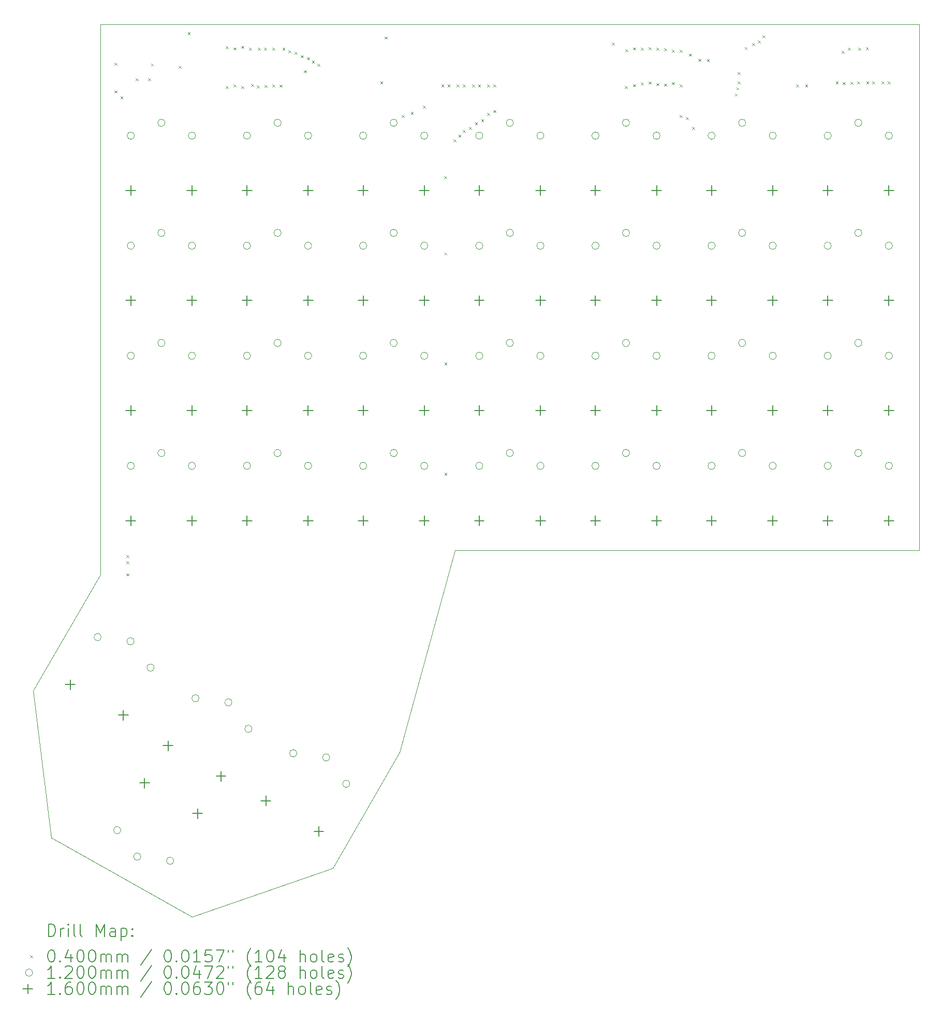
<source format=gbr>
%TF.GenerationSoftware,KiCad,Pcbnew,(6.0.11)*%
%TF.CreationDate,2023-05-24T14:32:10-07:00*%
%TF.ProjectId,keeb,6b656562-2e6b-4696-9361-645f70636258,rev?*%
%TF.SameCoordinates,Original*%
%TF.FileFunction,Drillmap*%
%TF.FilePolarity,Positive*%
%FSLAX45Y45*%
G04 Gerber Fmt 4.5, Leading zero omitted, Abs format (unit mm)*
G04 Created by KiCad (PCBNEW (6.0.11)) date 2023-05-24 14:32:10*
%MOMM*%
%LPD*%
G01*
G04 APERTURE LIST*
%ADD10C,0.100000*%
%ADD11C,0.200000*%
%ADD12C,0.040000*%
%ADD13C,0.120000*%
%ADD14C,0.160000*%
G04 APERTURE END LIST*
D10*
X7900000Y-4700000D02*
X7900000Y-3300000D01*
X13700000Y-11900000D02*
X12800000Y-15200000D01*
X9400000Y-17900000D02*
X11700000Y-17100000D01*
X7900000Y-4700000D02*
X7900000Y-12300000D01*
X21300000Y-11900000D02*
X13700000Y-11900000D01*
X7900000Y-3300000D02*
X21300000Y-3300000D01*
X12800000Y-15200000D02*
X11700000Y-17100000D01*
X21300000Y-3300000D02*
X21300000Y-11900000D01*
X7900000Y-12300000D02*
X6800000Y-14200000D01*
X7100000Y-16600000D02*
X6800000Y-14200000D01*
X9400000Y-17900000D02*
X7100000Y-16600000D01*
D11*
D12*
X8130000Y-3930000D02*
X8170000Y-3970000D01*
X8170000Y-3930000D02*
X8130000Y-3970000D01*
X8130000Y-4380000D02*
X8170000Y-4420000D01*
X8170000Y-4380000D02*
X8130000Y-4420000D01*
X8230000Y-4480000D02*
X8270000Y-4520000D01*
X8270000Y-4480000D02*
X8230000Y-4520000D01*
X8330000Y-11980000D02*
X8370000Y-12020000D01*
X8370000Y-11980000D02*
X8330000Y-12020000D01*
X8330000Y-12080000D02*
X8370000Y-12120000D01*
X8370000Y-12080000D02*
X8330000Y-12120000D01*
X8330000Y-12280000D02*
X8370000Y-12320000D01*
X8370000Y-12280000D02*
X8330000Y-12320000D01*
X8480000Y-4180000D02*
X8520000Y-4220000D01*
X8520000Y-4180000D02*
X8480000Y-4220000D01*
X8680000Y-4180000D02*
X8720000Y-4220000D01*
X8720000Y-4180000D02*
X8680000Y-4220000D01*
X8730000Y-3939950D02*
X8770000Y-3979950D01*
X8770000Y-3939950D02*
X8730000Y-3979950D01*
X9180000Y-3980000D02*
X9220000Y-4020000D01*
X9220000Y-3980000D02*
X9180000Y-4020000D01*
X9330000Y-3430000D02*
X9370000Y-3470000D01*
X9370000Y-3430000D02*
X9330000Y-3470000D01*
X9954500Y-3654500D02*
X9994500Y-3694500D01*
X9994500Y-3654500D02*
X9954500Y-3694500D01*
X9954500Y-4305500D02*
X9994500Y-4345500D01*
X9994500Y-4305500D02*
X9954500Y-4345500D01*
X10080061Y-3678478D02*
X10120061Y-3718478D01*
X10120061Y-3678478D02*
X10080061Y-3718478D01*
X10081500Y-4281500D02*
X10121500Y-4321500D01*
X10121500Y-4281500D02*
X10081500Y-4321500D01*
X10208500Y-3651500D02*
X10248500Y-3691500D01*
X10248500Y-3651500D02*
X10208500Y-3691500D01*
X10208500Y-4308500D02*
X10248500Y-4348500D01*
X10248500Y-4308500D02*
X10208500Y-4348500D01*
X10335500Y-3680000D02*
X10375500Y-3720000D01*
X10375500Y-3680000D02*
X10335500Y-3720000D01*
X10364725Y-4276760D02*
X10404725Y-4316760D01*
X10404725Y-4276760D02*
X10364725Y-4316760D01*
X10462500Y-4297500D02*
X10502500Y-4337500D01*
X10502500Y-4297500D02*
X10462500Y-4337500D01*
X10480000Y-3680000D02*
X10520000Y-3720000D01*
X10520000Y-3680000D02*
X10480000Y-3720000D01*
X10580000Y-3680000D02*
X10620000Y-3720000D01*
X10620000Y-3680000D02*
X10580000Y-3720000D01*
X10589500Y-4289500D02*
X10629500Y-4329500D01*
X10629500Y-4289500D02*
X10589500Y-4329500D01*
X10716500Y-3680000D02*
X10756500Y-3720000D01*
X10756500Y-3680000D02*
X10716500Y-3720000D01*
X10716500Y-4280000D02*
X10756500Y-4320000D01*
X10756500Y-4280000D02*
X10716500Y-4320000D01*
X10835550Y-4287950D02*
X10875550Y-4327950D01*
X10875550Y-4287950D02*
X10835550Y-4327950D01*
X10880000Y-3680000D02*
X10920000Y-3720000D01*
X10920000Y-3680000D02*
X10880000Y-3720000D01*
X10980000Y-3725050D02*
X11020000Y-3765050D01*
X11020000Y-3725050D02*
X10980000Y-3765050D01*
X11076434Y-3751329D02*
X11116434Y-3791329D01*
X11116434Y-3751329D02*
X11076434Y-3791329D01*
X11180000Y-3804950D02*
X11220000Y-3844950D01*
X11220000Y-3804950D02*
X11180000Y-3844950D01*
X11230000Y-4049950D02*
X11270000Y-4089950D01*
X11270000Y-4049950D02*
X11230000Y-4089950D01*
X11280000Y-3837450D02*
X11320000Y-3877450D01*
X11320000Y-3837450D02*
X11280000Y-3877450D01*
X11363173Y-3894950D02*
X11403173Y-3934950D01*
X11403173Y-3894950D02*
X11363173Y-3934950D01*
X11451687Y-3941375D02*
X11491687Y-3981375D01*
X11491687Y-3941375D02*
X11451687Y-3981375D01*
X12480000Y-4230000D02*
X12520000Y-4270000D01*
X12520000Y-4230000D02*
X12480000Y-4270000D01*
X12550625Y-3500625D02*
X12590625Y-3540625D01*
X12590625Y-3500625D02*
X12550625Y-3540625D01*
X12830000Y-4780000D02*
X12870000Y-4820000D01*
X12870000Y-4780000D02*
X12830000Y-4820000D01*
X12980000Y-4730000D02*
X13020000Y-4770000D01*
X13020000Y-4730000D02*
X12980000Y-4770000D01*
X13180000Y-4630000D02*
X13220000Y-4670000D01*
X13220000Y-4630000D02*
X13180000Y-4670000D01*
X13480000Y-4280000D02*
X13520000Y-4320000D01*
X13520000Y-4280000D02*
X13480000Y-4320000D01*
X13524950Y-5780000D02*
X13564950Y-5820000D01*
X13564950Y-5780000D02*
X13524950Y-5820000D01*
X13530000Y-7030000D02*
X13570000Y-7070000D01*
X13570000Y-7030000D02*
X13530000Y-7070000D01*
X13530000Y-8830000D02*
X13570000Y-8870000D01*
X13570000Y-8830000D02*
X13530000Y-8870000D01*
X13530000Y-10630000D02*
X13570000Y-10670000D01*
X13570000Y-10630000D02*
X13530000Y-10670000D01*
X13580000Y-4280000D02*
X13620000Y-4320000D01*
X13620000Y-4280000D02*
X13580000Y-4320000D01*
X13680000Y-5180000D02*
X13720000Y-5220000D01*
X13720000Y-5180000D02*
X13680000Y-5220000D01*
X13730000Y-4280000D02*
X13770000Y-4320000D01*
X13770000Y-4280000D02*
X13730000Y-4320000D01*
X13759324Y-5102450D02*
X13799324Y-5142450D01*
X13799324Y-5102450D02*
X13759324Y-5142450D01*
X13830000Y-4280000D02*
X13870000Y-4320000D01*
X13870000Y-4280000D02*
X13830000Y-4320000D01*
X13830000Y-5030000D02*
X13870000Y-5070000D01*
X13870000Y-5030000D02*
X13830000Y-5070000D01*
X13930000Y-4974900D02*
X13970000Y-5014900D01*
X13970000Y-4974900D02*
X13930000Y-5014900D01*
X13980000Y-4280000D02*
X14020000Y-4320000D01*
X14020000Y-4280000D02*
X13980000Y-4320000D01*
X14030000Y-4902450D02*
X14070000Y-4942450D01*
X14070000Y-4902450D02*
X14030000Y-4942450D01*
X14080000Y-4280000D02*
X14120000Y-4320000D01*
X14120000Y-4280000D02*
X14080000Y-4320000D01*
X14130000Y-4852450D02*
X14170000Y-4892450D01*
X14170000Y-4852450D02*
X14130000Y-4892450D01*
X14230000Y-4280000D02*
X14270000Y-4320000D01*
X14270000Y-4280000D02*
X14230000Y-4320000D01*
X14230000Y-4747450D02*
X14270000Y-4787450D01*
X14270000Y-4747450D02*
X14230000Y-4787450D01*
X14330000Y-4280000D02*
X14370000Y-4320000D01*
X14370000Y-4280000D02*
X14330000Y-4320000D01*
X14330000Y-4702450D02*
X14370000Y-4742450D01*
X14370000Y-4702450D02*
X14330000Y-4742450D01*
X16271116Y-3593963D02*
X16311116Y-3633963D01*
X16311116Y-3593963D02*
X16271116Y-3633963D01*
X16480000Y-4305500D02*
X16520000Y-4345500D01*
X16520000Y-4305500D02*
X16480000Y-4345500D01*
X16491000Y-3705500D02*
X16531000Y-3745500D01*
X16531000Y-3705500D02*
X16491000Y-3745500D01*
X16618000Y-3678500D02*
X16658000Y-3718500D01*
X16658000Y-3678500D02*
X16618000Y-3718500D01*
X16618000Y-4278500D02*
X16658000Y-4318500D01*
X16658000Y-4278500D02*
X16618000Y-4318500D01*
X16745000Y-3680000D02*
X16785000Y-3720000D01*
X16785000Y-3680000D02*
X16745000Y-3720000D01*
X16745000Y-4251500D02*
X16785000Y-4291500D01*
X16785000Y-4251500D02*
X16745000Y-4291500D01*
X16872000Y-3672000D02*
X16912000Y-3712000D01*
X16912000Y-3672000D02*
X16872000Y-3712000D01*
X16872000Y-4235500D02*
X16912000Y-4275500D01*
X16912000Y-4235500D02*
X16872000Y-4275500D01*
X16999000Y-3680000D02*
X17039000Y-3720000D01*
X17039000Y-3680000D02*
X16999000Y-3720000D01*
X16999000Y-4262500D02*
X17039000Y-4302500D01*
X17039000Y-4262500D02*
X16999000Y-4302500D01*
X17126000Y-3689500D02*
X17166000Y-3729500D01*
X17166000Y-3689500D02*
X17126000Y-3729500D01*
X17126000Y-4270500D02*
X17166000Y-4310500D01*
X17166000Y-4270500D02*
X17126000Y-4310500D01*
X17253000Y-3716500D02*
X17293000Y-3756500D01*
X17293000Y-3716500D02*
X17253000Y-3756500D01*
X17253000Y-4243500D02*
X17293000Y-4283500D01*
X17293000Y-4243500D02*
X17253000Y-4283500D01*
X17380000Y-3716500D02*
X17420000Y-3756500D01*
X17420000Y-3716500D02*
X17380000Y-3756500D01*
X17380000Y-4280000D02*
X17420000Y-4320000D01*
X17420000Y-4280000D02*
X17380000Y-4320000D01*
X17380000Y-4780000D02*
X17420000Y-4820000D01*
X17420000Y-4780000D02*
X17380000Y-4820000D01*
X17480000Y-4817550D02*
X17520000Y-4857550D01*
X17520000Y-4817550D02*
X17480000Y-4857550D01*
X17530000Y-3780000D02*
X17570000Y-3820000D01*
X17570000Y-3780000D02*
X17530000Y-3820000D01*
X17580000Y-4980000D02*
X17620000Y-5020000D01*
X17620000Y-4980000D02*
X17580000Y-5020000D01*
X17680000Y-3862550D02*
X17720000Y-3902550D01*
X17720000Y-3862550D02*
X17680000Y-3902550D01*
X17822020Y-3865050D02*
X17862020Y-3905050D01*
X17862020Y-3865050D02*
X17822020Y-3905050D01*
X18278770Y-4431230D02*
X18318770Y-4471230D01*
X18318770Y-4431230D02*
X18278770Y-4471230D01*
X18305000Y-4330000D02*
X18345000Y-4370000D01*
X18345000Y-4330000D02*
X18305000Y-4370000D01*
X18327583Y-4230000D02*
X18367583Y-4270000D01*
X18367583Y-4230000D02*
X18327583Y-4270000D01*
X18328770Y-4081230D02*
X18368770Y-4121230D01*
X18368770Y-4081230D02*
X18328770Y-4121230D01*
X18439985Y-3670015D02*
X18479985Y-3710015D01*
X18479985Y-3670015D02*
X18439985Y-3710015D01*
X18561734Y-3607450D02*
X18601734Y-3647450D01*
X18601734Y-3607450D02*
X18561734Y-3647450D01*
X18659325Y-3562450D02*
X18699325Y-3602450D01*
X18699325Y-3562450D02*
X18659325Y-3602450D01*
X18730000Y-3480000D02*
X18770000Y-3520000D01*
X18770000Y-3480000D02*
X18730000Y-3520000D01*
X19280000Y-4280000D02*
X19320000Y-4320000D01*
X19320000Y-4280000D02*
X19280000Y-4320000D01*
X19430000Y-4280000D02*
X19470000Y-4320000D01*
X19470000Y-4280000D02*
X19430000Y-4320000D01*
X19930000Y-4230000D02*
X19970000Y-4270000D01*
X19970000Y-4230000D02*
X19930000Y-4270000D01*
X20030000Y-3730000D02*
X20070000Y-3770000D01*
X20070000Y-3730000D02*
X20030000Y-3770000D01*
X20043500Y-4243500D02*
X20083500Y-4283500D01*
X20083500Y-4243500D02*
X20043500Y-4283500D01*
X20130000Y-3680000D02*
X20170000Y-3720000D01*
X20170000Y-3680000D02*
X20130000Y-3720000D01*
X20170500Y-4239500D02*
X20210500Y-4279500D01*
X20210500Y-4239500D02*
X20170500Y-4279500D01*
X20280000Y-4230000D02*
X20320000Y-4270000D01*
X20320000Y-4230000D02*
X20280000Y-4270000D01*
X20297500Y-3680000D02*
X20337500Y-3720000D01*
X20337500Y-3680000D02*
X20297500Y-3720000D01*
X20423700Y-3673700D02*
X20463700Y-3713700D01*
X20463700Y-3673700D02*
X20423700Y-3713700D01*
X20430000Y-4230000D02*
X20470000Y-4270000D01*
X20470000Y-4230000D02*
X20430000Y-4270000D01*
X20530000Y-4230000D02*
X20570000Y-4270000D01*
X20570000Y-4230000D02*
X20530000Y-4270000D01*
X20680000Y-4230000D02*
X20720000Y-4270000D01*
X20720000Y-4230000D02*
X20680000Y-4270000D01*
X20780000Y-4230000D02*
X20820000Y-4270000D01*
X20820000Y-4230000D02*
X20780000Y-4270000D01*
D13*
X7916987Y-13320910D02*
G75*
G03*
X7916987Y-13320910I-60000J0D01*
G01*
X8236987Y-16479090D02*
G75*
G03*
X8236987Y-16479090I-60000J0D01*
G01*
X8455000Y-13389045D02*
G75*
G03*
X8455000Y-13389045I-60000J0D01*
G01*
X8455000Y-13389045D02*
G75*
G03*
X8455000Y-13389045I-60000J0D01*
G01*
X8460000Y-5120000D02*
G75*
G03*
X8460000Y-5120000I-60000J0D01*
G01*
X8460000Y-6920000D02*
G75*
G03*
X8460000Y-6920000I-60000J0D01*
G01*
X8460000Y-8720000D02*
G75*
G03*
X8460000Y-8720000I-60000J0D01*
G01*
X8460000Y-10520000D02*
G75*
G03*
X8460000Y-10520000I-60000J0D01*
G01*
X8565000Y-16910955D02*
G75*
G03*
X8565000Y-16910955I-60000J0D01*
G01*
X8565000Y-16910955D02*
G75*
G03*
X8565000Y-16910955I-60000J0D01*
G01*
X8783013Y-13820910D02*
G75*
G03*
X8783013Y-13820910I-60000J0D01*
G01*
X8960000Y-4910000D02*
G75*
G03*
X8960000Y-4910000I-60000J0D01*
G01*
X8960000Y-4910000D02*
G75*
G03*
X8960000Y-4910000I-60000J0D01*
G01*
X8960000Y-6710000D02*
G75*
G03*
X8960000Y-6710000I-60000J0D01*
G01*
X8960000Y-6710000D02*
G75*
G03*
X8960000Y-6710000I-60000J0D01*
G01*
X8960000Y-8510000D02*
G75*
G03*
X8960000Y-8510000I-60000J0D01*
G01*
X8960000Y-8510000D02*
G75*
G03*
X8960000Y-8510000I-60000J0D01*
G01*
X8960000Y-10310000D02*
G75*
G03*
X8960000Y-10310000I-60000J0D01*
G01*
X8960000Y-10310000D02*
G75*
G03*
X8960000Y-10310000I-60000J0D01*
G01*
X9103013Y-16979090D02*
G75*
G03*
X9103013Y-16979090I-60000J0D01*
G01*
X9460000Y-5120000D02*
G75*
G03*
X9460000Y-5120000I-60000J0D01*
G01*
X9460000Y-6920000D02*
G75*
G03*
X9460000Y-6920000I-60000J0D01*
G01*
X9460000Y-8720000D02*
G75*
G03*
X9460000Y-8720000I-60000J0D01*
G01*
X9460000Y-10520000D02*
G75*
G03*
X9460000Y-10520000I-60000J0D01*
G01*
X9516987Y-14320910D02*
G75*
G03*
X9516987Y-14320910I-60000J0D01*
G01*
X10055000Y-14389045D02*
G75*
G03*
X10055000Y-14389045I-60000J0D01*
G01*
X10055000Y-14389045D02*
G75*
G03*
X10055000Y-14389045I-60000J0D01*
G01*
X10360000Y-5120000D02*
G75*
G03*
X10360000Y-5120000I-60000J0D01*
G01*
X10360000Y-6920000D02*
G75*
G03*
X10360000Y-6920000I-60000J0D01*
G01*
X10360000Y-8720000D02*
G75*
G03*
X10360000Y-8720000I-60000J0D01*
G01*
X10360000Y-10520000D02*
G75*
G03*
X10360000Y-10520000I-60000J0D01*
G01*
X10383013Y-14820910D02*
G75*
G03*
X10383013Y-14820910I-60000J0D01*
G01*
X10860000Y-4910000D02*
G75*
G03*
X10860000Y-4910000I-60000J0D01*
G01*
X10860000Y-4910000D02*
G75*
G03*
X10860000Y-4910000I-60000J0D01*
G01*
X10860000Y-6710000D02*
G75*
G03*
X10860000Y-6710000I-60000J0D01*
G01*
X10860000Y-6710000D02*
G75*
G03*
X10860000Y-6710000I-60000J0D01*
G01*
X10860000Y-8510000D02*
G75*
G03*
X10860000Y-8510000I-60000J0D01*
G01*
X10860000Y-8510000D02*
G75*
G03*
X10860000Y-8510000I-60000J0D01*
G01*
X10860000Y-10310000D02*
G75*
G03*
X10860000Y-10310000I-60000J0D01*
G01*
X10860000Y-10310000D02*
G75*
G03*
X10860000Y-10310000I-60000J0D01*
G01*
X11116987Y-15220910D02*
G75*
G03*
X11116987Y-15220910I-60000J0D01*
G01*
X11360000Y-5120000D02*
G75*
G03*
X11360000Y-5120000I-60000J0D01*
G01*
X11360000Y-6920000D02*
G75*
G03*
X11360000Y-6920000I-60000J0D01*
G01*
X11360000Y-8720000D02*
G75*
G03*
X11360000Y-8720000I-60000J0D01*
G01*
X11360000Y-10520000D02*
G75*
G03*
X11360000Y-10520000I-60000J0D01*
G01*
X11655000Y-15289045D02*
G75*
G03*
X11655000Y-15289045I-60000J0D01*
G01*
X11655000Y-15289045D02*
G75*
G03*
X11655000Y-15289045I-60000J0D01*
G01*
X11983013Y-15720910D02*
G75*
G03*
X11983013Y-15720910I-60000J0D01*
G01*
X12260000Y-5120000D02*
G75*
G03*
X12260000Y-5120000I-60000J0D01*
G01*
X12260000Y-6920000D02*
G75*
G03*
X12260000Y-6920000I-60000J0D01*
G01*
X12260000Y-8720000D02*
G75*
G03*
X12260000Y-8720000I-60000J0D01*
G01*
X12260000Y-10520000D02*
G75*
G03*
X12260000Y-10520000I-60000J0D01*
G01*
X12760000Y-4910000D02*
G75*
G03*
X12760000Y-4910000I-60000J0D01*
G01*
X12760000Y-4910000D02*
G75*
G03*
X12760000Y-4910000I-60000J0D01*
G01*
X12760000Y-6710000D02*
G75*
G03*
X12760000Y-6710000I-60000J0D01*
G01*
X12760000Y-6710000D02*
G75*
G03*
X12760000Y-6710000I-60000J0D01*
G01*
X12760000Y-8510000D02*
G75*
G03*
X12760000Y-8510000I-60000J0D01*
G01*
X12760000Y-8510000D02*
G75*
G03*
X12760000Y-8510000I-60000J0D01*
G01*
X12760000Y-10310000D02*
G75*
G03*
X12760000Y-10310000I-60000J0D01*
G01*
X12760000Y-10310000D02*
G75*
G03*
X12760000Y-10310000I-60000J0D01*
G01*
X13260000Y-5120000D02*
G75*
G03*
X13260000Y-5120000I-60000J0D01*
G01*
X13260000Y-6920000D02*
G75*
G03*
X13260000Y-6920000I-60000J0D01*
G01*
X13260000Y-8720000D02*
G75*
G03*
X13260000Y-8720000I-60000J0D01*
G01*
X13260000Y-10520000D02*
G75*
G03*
X13260000Y-10520000I-60000J0D01*
G01*
X14160000Y-5120000D02*
G75*
G03*
X14160000Y-5120000I-60000J0D01*
G01*
X14160000Y-6920000D02*
G75*
G03*
X14160000Y-6920000I-60000J0D01*
G01*
X14160000Y-8720000D02*
G75*
G03*
X14160000Y-8720000I-60000J0D01*
G01*
X14160000Y-10520000D02*
G75*
G03*
X14160000Y-10520000I-60000J0D01*
G01*
X14660000Y-4910000D02*
G75*
G03*
X14660000Y-4910000I-60000J0D01*
G01*
X14660000Y-4910000D02*
G75*
G03*
X14660000Y-4910000I-60000J0D01*
G01*
X14660000Y-6710000D02*
G75*
G03*
X14660000Y-6710000I-60000J0D01*
G01*
X14660000Y-6710000D02*
G75*
G03*
X14660000Y-6710000I-60000J0D01*
G01*
X14660000Y-8510000D02*
G75*
G03*
X14660000Y-8510000I-60000J0D01*
G01*
X14660000Y-8510000D02*
G75*
G03*
X14660000Y-8510000I-60000J0D01*
G01*
X14660000Y-10310000D02*
G75*
G03*
X14660000Y-10310000I-60000J0D01*
G01*
X14660000Y-10310000D02*
G75*
G03*
X14660000Y-10310000I-60000J0D01*
G01*
X15160000Y-5120000D02*
G75*
G03*
X15160000Y-5120000I-60000J0D01*
G01*
X15160000Y-6920000D02*
G75*
G03*
X15160000Y-6920000I-60000J0D01*
G01*
X15160000Y-8720000D02*
G75*
G03*
X15160000Y-8720000I-60000J0D01*
G01*
X15160000Y-10520000D02*
G75*
G03*
X15160000Y-10520000I-60000J0D01*
G01*
X16060000Y-5120000D02*
G75*
G03*
X16060000Y-5120000I-60000J0D01*
G01*
X16060000Y-6920000D02*
G75*
G03*
X16060000Y-6920000I-60000J0D01*
G01*
X16060000Y-8720000D02*
G75*
G03*
X16060000Y-8720000I-60000J0D01*
G01*
X16060000Y-10520000D02*
G75*
G03*
X16060000Y-10520000I-60000J0D01*
G01*
X16560000Y-4910000D02*
G75*
G03*
X16560000Y-4910000I-60000J0D01*
G01*
X16560000Y-4910000D02*
G75*
G03*
X16560000Y-4910000I-60000J0D01*
G01*
X16560000Y-6710000D02*
G75*
G03*
X16560000Y-6710000I-60000J0D01*
G01*
X16560000Y-6710000D02*
G75*
G03*
X16560000Y-6710000I-60000J0D01*
G01*
X16560000Y-8510000D02*
G75*
G03*
X16560000Y-8510000I-60000J0D01*
G01*
X16560000Y-8510000D02*
G75*
G03*
X16560000Y-8510000I-60000J0D01*
G01*
X16560000Y-10310000D02*
G75*
G03*
X16560000Y-10310000I-60000J0D01*
G01*
X16560000Y-10310000D02*
G75*
G03*
X16560000Y-10310000I-60000J0D01*
G01*
X17060000Y-5120000D02*
G75*
G03*
X17060000Y-5120000I-60000J0D01*
G01*
X17060000Y-6920000D02*
G75*
G03*
X17060000Y-6920000I-60000J0D01*
G01*
X17060000Y-8720000D02*
G75*
G03*
X17060000Y-8720000I-60000J0D01*
G01*
X17060000Y-10520000D02*
G75*
G03*
X17060000Y-10520000I-60000J0D01*
G01*
X17960000Y-5120000D02*
G75*
G03*
X17960000Y-5120000I-60000J0D01*
G01*
X17960000Y-6920000D02*
G75*
G03*
X17960000Y-6920000I-60000J0D01*
G01*
X17960000Y-8720000D02*
G75*
G03*
X17960000Y-8720000I-60000J0D01*
G01*
X17960000Y-10520000D02*
G75*
G03*
X17960000Y-10520000I-60000J0D01*
G01*
X18460000Y-4910000D02*
G75*
G03*
X18460000Y-4910000I-60000J0D01*
G01*
X18460000Y-4910000D02*
G75*
G03*
X18460000Y-4910000I-60000J0D01*
G01*
X18460000Y-6710000D02*
G75*
G03*
X18460000Y-6710000I-60000J0D01*
G01*
X18460000Y-6710000D02*
G75*
G03*
X18460000Y-6710000I-60000J0D01*
G01*
X18460000Y-8510000D02*
G75*
G03*
X18460000Y-8510000I-60000J0D01*
G01*
X18460000Y-8510000D02*
G75*
G03*
X18460000Y-8510000I-60000J0D01*
G01*
X18460000Y-10310000D02*
G75*
G03*
X18460000Y-10310000I-60000J0D01*
G01*
X18460000Y-10310000D02*
G75*
G03*
X18460000Y-10310000I-60000J0D01*
G01*
X18960000Y-5120000D02*
G75*
G03*
X18960000Y-5120000I-60000J0D01*
G01*
X18960000Y-6920000D02*
G75*
G03*
X18960000Y-6920000I-60000J0D01*
G01*
X18960000Y-8720000D02*
G75*
G03*
X18960000Y-8720000I-60000J0D01*
G01*
X18960000Y-10520000D02*
G75*
G03*
X18960000Y-10520000I-60000J0D01*
G01*
X19860000Y-5120000D02*
G75*
G03*
X19860000Y-5120000I-60000J0D01*
G01*
X19860000Y-6920000D02*
G75*
G03*
X19860000Y-6920000I-60000J0D01*
G01*
X19860000Y-8720000D02*
G75*
G03*
X19860000Y-8720000I-60000J0D01*
G01*
X19860000Y-10520000D02*
G75*
G03*
X19860000Y-10520000I-60000J0D01*
G01*
X20360000Y-4910000D02*
G75*
G03*
X20360000Y-4910000I-60000J0D01*
G01*
X20360000Y-4910000D02*
G75*
G03*
X20360000Y-4910000I-60000J0D01*
G01*
X20360000Y-6710000D02*
G75*
G03*
X20360000Y-6710000I-60000J0D01*
G01*
X20360000Y-6710000D02*
G75*
G03*
X20360000Y-6710000I-60000J0D01*
G01*
X20360000Y-8510000D02*
G75*
G03*
X20360000Y-8510000I-60000J0D01*
G01*
X20360000Y-8510000D02*
G75*
G03*
X20360000Y-8510000I-60000J0D01*
G01*
X20360000Y-10310000D02*
G75*
G03*
X20360000Y-10310000I-60000J0D01*
G01*
X20360000Y-10310000D02*
G75*
G03*
X20360000Y-10310000I-60000J0D01*
G01*
X20860000Y-5120000D02*
G75*
G03*
X20860000Y-5120000I-60000J0D01*
G01*
X20860000Y-6920000D02*
G75*
G03*
X20860000Y-6920000I-60000J0D01*
G01*
X20860000Y-8720000D02*
G75*
G03*
X20860000Y-8720000I-60000J0D01*
G01*
X20860000Y-10520000D02*
G75*
G03*
X20860000Y-10520000I-60000J0D01*
G01*
D14*
X7409487Y-14016003D02*
X7409487Y-14176003D01*
X7329487Y-14096003D02*
X7489487Y-14096003D01*
X8275513Y-14516003D02*
X8275513Y-14676003D01*
X8195513Y-14596003D02*
X8355513Y-14596003D01*
X8400000Y-5935000D02*
X8400000Y-6095000D01*
X8320000Y-6015000D02*
X8480000Y-6015000D01*
X8400000Y-7735000D02*
X8400000Y-7895000D01*
X8320000Y-7815000D02*
X8480000Y-7815000D01*
X8400000Y-9535000D02*
X8400000Y-9695000D01*
X8320000Y-9615000D02*
X8480000Y-9615000D01*
X8400000Y-11335000D02*
X8400000Y-11495000D01*
X8320000Y-11415000D02*
X8480000Y-11415000D01*
X8624487Y-15623997D02*
X8624487Y-15783997D01*
X8544487Y-15703997D02*
X8704487Y-15703997D01*
X9009487Y-15016003D02*
X9009487Y-15176003D01*
X8929487Y-15096003D02*
X9089487Y-15096003D01*
X9400000Y-5935000D02*
X9400000Y-6095000D01*
X9320000Y-6015000D02*
X9480000Y-6015000D01*
X9400000Y-7735000D02*
X9400000Y-7895000D01*
X9320000Y-7815000D02*
X9480000Y-7815000D01*
X9400000Y-9535000D02*
X9400000Y-9695000D01*
X9320000Y-9615000D02*
X9480000Y-9615000D01*
X9400000Y-11335000D02*
X9400000Y-11495000D01*
X9320000Y-11415000D02*
X9480000Y-11415000D01*
X9490513Y-16123997D02*
X9490513Y-16283997D01*
X9410513Y-16203997D02*
X9570513Y-16203997D01*
X9875513Y-15516003D02*
X9875513Y-15676003D01*
X9795513Y-15596003D02*
X9955513Y-15596003D01*
X10300000Y-5935000D02*
X10300000Y-6095000D01*
X10220000Y-6015000D02*
X10380000Y-6015000D01*
X10300000Y-7735000D02*
X10300000Y-7895000D01*
X10220000Y-7815000D02*
X10380000Y-7815000D01*
X10300000Y-9535000D02*
X10300000Y-9695000D01*
X10220000Y-9615000D02*
X10380000Y-9615000D01*
X10300000Y-11335000D02*
X10300000Y-11495000D01*
X10220000Y-11415000D02*
X10380000Y-11415000D01*
X10609487Y-15916003D02*
X10609487Y-16076003D01*
X10529487Y-15996003D02*
X10689487Y-15996003D01*
X11300000Y-5935000D02*
X11300000Y-6095000D01*
X11220000Y-6015000D02*
X11380000Y-6015000D01*
X11300000Y-7735000D02*
X11300000Y-7895000D01*
X11220000Y-7815000D02*
X11380000Y-7815000D01*
X11300000Y-9535000D02*
X11300000Y-9695000D01*
X11220000Y-9615000D02*
X11380000Y-9615000D01*
X11300000Y-11335000D02*
X11300000Y-11495000D01*
X11220000Y-11415000D02*
X11380000Y-11415000D01*
X11475513Y-16416003D02*
X11475513Y-16576003D01*
X11395513Y-16496003D02*
X11555513Y-16496003D01*
X12200000Y-5935000D02*
X12200000Y-6095000D01*
X12120000Y-6015000D02*
X12280000Y-6015000D01*
X12200000Y-7735000D02*
X12200000Y-7895000D01*
X12120000Y-7815000D02*
X12280000Y-7815000D01*
X12200000Y-9535000D02*
X12200000Y-9695000D01*
X12120000Y-9615000D02*
X12280000Y-9615000D01*
X12200000Y-11335000D02*
X12200000Y-11495000D01*
X12120000Y-11415000D02*
X12280000Y-11415000D01*
X13200000Y-5935000D02*
X13200000Y-6095000D01*
X13120000Y-6015000D02*
X13280000Y-6015000D01*
X13200000Y-7735000D02*
X13200000Y-7895000D01*
X13120000Y-7815000D02*
X13280000Y-7815000D01*
X13200000Y-9535000D02*
X13200000Y-9695000D01*
X13120000Y-9615000D02*
X13280000Y-9615000D01*
X13200000Y-11335000D02*
X13200000Y-11495000D01*
X13120000Y-11415000D02*
X13280000Y-11415000D01*
X14100000Y-5935000D02*
X14100000Y-6095000D01*
X14020000Y-6015000D02*
X14180000Y-6015000D01*
X14100000Y-7735000D02*
X14100000Y-7895000D01*
X14020000Y-7815000D02*
X14180000Y-7815000D01*
X14100000Y-9535000D02*
X14100000Y-9695000D01*
X14020000Y-9615000D02*
X14180000Y-9615000D01*
X14100000Y-11335000D02*
X14100000Y-11495000D01*
X14020000Y-11415000D02*
X14180000Y-11415000D01*
X15100000Y-5935000D02*
X15100000Y-6095000D01*
X15020000Y-6015000D02*
X15180000Y-6015000D01*
X15100000Y-7735000D02*
X15100000Y-7895000D01*
X15020000Y-7815000D02*
X15180000Y-7815000D01*
X15100000Y-9535000D02*
X15100000Y-9695000D01*
X15020000Y-9615000D02*
X15180000Y-9615000D01*
X15100000Y-11335000D02*
X15100000Y-11495000D01*
X15020000Y-11415000D02*
X15180000Y-11415000D01*
X16000000Y-5935000D02*
X16000000Y-6095000D01*
X15920000Y-6015000D02*
X16080000Y-6015000D01*
X16000000Y-7735000D02*
X16000000Y-7895000D01*
X15920000Y-7815000D02*
X16080000Y-7815000D01*
X16000000Y-9535000D02*
X16000000Y-9695000D01*
X15920000Y-9615000D02*
X16080000Y-9615000D01*
X16000000Y-11335000D02*
X16000000Y-11495000D01*
X15920000Y-11415000D02*
X16080000Y-11415000D01*
X17000000Y-5935000D02*
X17000000Y-6095000D01*
X16920000Y-6015000D02*
X17080000Y-6015000D01*
X17000000Y-7735000D02*
X17000000Y-7895000D01*
X16920000Y-7815000D02*
X17080000Y-7815000D01*
X17000000Y-9535000D02*
X17000000Y-9695000D01*
X16920000Y-9615000D02*
X17080000Y-9615000D01*
X17000000Y-11335000D02*
X17000000Y-11495000D01*
X16920000Y-11415000D02*
X17080000Y-11415000D01*
X17900000Y-5935000D02*
X17900000Y-6095000D01*
X17820000Y-6015000D02*
X17980000Y-6015000D01*
X17900000Y-7735000D02*
X17900000Y-7895000D01*
X17820000Y-7815000D02*
X17980000Y-7815000D01*
X17900000Y-9535000D02*
X17900000Y-9695000D01*
X17820000Y-9615000D02*
X17980000Y-9615000D01*
X17900000Y-11335000D02*
X17900000Y-11495000D01*
X17820000Y-11415000D02*
X17980000Y-11415000D01*
X18900000Y-5935000D02*
X18900000Y-6095000D01*
X18820000Y-6015000D02*
X18980000Y-6015000D01*
X18900000Y-7735000D02*
X18900000Y-7895000D01*
X18820000Y-7815000D02*
X18980000Y-7815000D01*
X18900000Y-9535000D02*
X18900000Y-9695000D01*
X18820000Y-9615000D02*
X18980000Y-9615000D01*
X18900000Y-11335000D02*
X18900000Y-11495000D01*
X18820000Y-11415000D02*
X18980000Y-11415000D01*
X19800000Y-5935000D02*
X19800000Y-6095000D01*
X19720000Y-6015000D02*
X19880000Y-6015000D01*
X19800000Y-7735000D02*
X19800000Y-7895000D01*
X19720000Y-7815000D02*
X19880000Y-7815000D01*
X19800000Y-9535000D02*
X19800000Y-9695000D01*
X19720000Y-9615000D02*
X19880000Y-9615000D01*
X19800000Y-11335000D02*
X19800000Y-11495000D01*
X19720000Y-11415000D02*
X19880000Y-11415000D01*
X20800000Y-5935000D02*
X20800000Y-6095000D01*
X20720000Y-6015000D02*
X20880000Y-6015000D01*
X20800000Y-7735000D02*
X20800000Y-7895000D01*
X20720000Y-7815000D02*
X20880000Y-7815000D01*
X20800000Y-9535000D02*
X20800000Y-9695000D01*
X20720000Y-9615000D02*
X20880000Y-9615000D01*
X20800000Y-11335000D02*
X20800000Y-11495000D01*
X20720000Y-11415000D02*
X20880000Y-11415000D01*
D11*
X7052619Y-18215476D02*
X7052619Y-18015476D01*
X7100238Y-18015476D01*
X7128809Y-18025000D01*
X7147857Y-18044048D01*
X7157381Y-18063095D01*
X7166905Y-18101190D01*
X7166905Y-18129762D01*
X7157381Y-18167857D01*
X7147857Y-18186905D01*
X7128809Y-18205952D01*
X7100238Y-18215476D01*
X7052619Y-18215476D01*
X7252619Y-18215476D02*
X7252619Y-18082143D01*
X7252619Y-18120238D02*
X7262143Y-18101190D01*
X7271667Y-18091667D01*
X7290714Y-18082143D01*
X7309762Y-18082143D01*
X7376428Y-18215476D02*
X7376428Y-18082143D01*
X7376428Y-18015476D02*
X7366905Y-18025000D01*
X7376428Y-18034524D01*
X7385952Y-18025000D01*
X7376428Y-18015476D01*
X7376428Y-18034524D01*
X7500238Y-18215476D02*
X7481190Y-18205952D01*
X7471667Y-18186905D01*
X7471667Y-18015476D01*
X7605000Y-18215476D02*
X7585952Y-18205952D01*
X7576428Y-18186905D01*
X7576428Y-18015476D01*
X7833571Y-18215476D02*
X7833571Y-18015476D01*
X7900238Y-18158333D01*
X7966905Y-18015476D01*
X7966905Y-18215476D01*
X8147857Y-18215476D02*
X8147857Y-18110714D01*
X8138333Y-18091667D01*
X8119286Y-18082143D01*
X8081190Y-18082143D01*
X8062143Y-18091667D01*
X8147857Y-18205952D02*
X8128809Y-18215476D01*
X8081190Y-18215476D01*
X8062143Y-18205952D01*
X8052619Y-18186905D01*
X8052619Y-18167857D01*
X8062143Y-18148810D01*
X8081190Y-18139286D01*
X8128809Y-18139286D01*
X8147857Y-18129762D01*
X8243095Y-18082143D02*
X8243095Y-18282143D01*
X8243095Y-18091667D02*
X8262143Y-18082143D01*
X8300238Y-18082143D01*
X8319286Y-18091667D01*
X8328809Y-18101190D01*
X8338333Y-18120238D01*
X8338333Y-18177381D01*
X8328809Y-18196429D01*
X8319286Y-18205952D01*
X8300238Y-18215476D01*
X8262143Y-18215476D01*
X8243095Y-18205952D01*
X8424048Y-18196429D02*
X8433571Y-18205952D01*
X8424048Y-18215476D01*
X8414524Y-18205952D01*
X8424048Y-18196429D01*
X8424048Y-18215476D01*
X8424048Y-18091667D02*
X8433571Y-18101190D01*
X8424048Y-18110714D01*
X8414524Y-18101190D01*
X8424048Y-18091667D01*
X8424048Y-18110714D01*
D12*
X6755000Y-18525000D02*
X6795000Y-18565000D01*
X6795000Y-18525000D02*
X6755000Y-18565000D01*
D11*
X7090714Y-18435476D02*
X7109762Y-18435476D01*
X7128809Y-18445000D01*
X7138333Y-18454524D01*
X7147857Y-18473571D01*
X7157381Y-18511667D01*
X7157381Y-18559286D01*
X7147857Y-18597381D01*
X7138333Y-18616429D01*
X7128809Y-18625952D01*
X7109762Y-18635476D01*
X7090714Y-18635476D01*
X7071667Y-18625952D01*
X7062143Y-18616429D01*
X7052619Y-18597381D01*
X7043095Y-18559286D01*
X7043095Y-18511667D01*
X7052619Y-18473571D01*
X7062143Y-18454524D01*
X7071667Y-18445000D01*
X7090714Y-18435476D01*
X7243095Y-18616429D02*
X7252619Y-18625952D01*
X7243095Y-18635476D01*
X7233571Y-18625952D01*
X7243095Y-18616429D01*
X7243095Y-18635476D01*
X7424048Y-18502143D02*
X7424048Y-18635476D01*
X7376428Y-18425952D02*
X7328809Y-18568810D01*
X7452619Y-18568810D01*
X7566905Y-18435476D02*
X7585952Y-18435476D01*
X7605000Y-18445000D01*
X7614524Y-18454524D01*
X7624048Y-18473571D01*
X7633571Y-18511667D01*
X7633571Y-18559286D01*
X7624048Y-18597381D01*
X7614524Y-18616429D01*
X7605000Y-18625952D01*
X7585952Y-18635476D01*
X7566905Y-18635476D01*
X7547857Y-18625952D01*
X7538333Y-18616429D01*
X7528809Y-18597381D01*
X7519286Y-18559286D01*
X7519286Y-18511667D01*
X7528809Y-18473571D01*
X7538333Y-18454524D01*
X7547857Y-18445000D01*
X7566905Y-18435476D01*
X7757381Y-18435476D02*
X7776428Y-18435476D01*
X7795476Y-18445000D01*
X7805000Y-18454524D01*
X7814524Y-18473571D01*
X7824048Y-18511667D01*
X7824048Y-18559286D01*
X7814524Y-18597381D01*
X7805000Y-18616429D01*
X7795476Y-18625952D01*
X7776428Y-18635476D01*
X7757381Y-18635476D01*
X7738333Y-18625952D01*
X7728809Y-18616429D01*
X7719286Y-18597381D01*
X7709762Y-18559286D01*
X7709762Y-18511667D01*
X7719286Y-18473571D01*
X7728809Y-18454524D01*
X7738333Y-18445000D01*
X7757381Y-18435476D01*
X7909762Y-18635476D02*
X7909762Y-18502143D01*
X7909762Y-18521190D02*
X7919286Y-18511667D01*
X7938333Y-18502143D01*
X7966905Y-18502143D01*
X7985952Y-18511667D01*
X7995476Y-18530714D01*
X7995476Y-18635476D01*
X7995476Y-18530714D02*
X8005000Y-18511667D01*
X8024048Y-18502143D01*
X8052619Y-18502143D01*
X8071667Y-18511667D01*
X8081190Y-18530714D01*
X8081190Y-18635476D01*
X8176428Y-18635476D02*
X8176428Y-18502143D01*
X8176428Y-18521190D02*
X8185952Y-18511667D01*
X8205000Y-18502143D01*
X8233571Y-18502143D01*
X8252619Y-18511667D01*
X8262143Y-18530714D01*
X8262143Y-18635476D01*
X8262143Y-18530714D02*
X8271667Y-18511667D01*
X8290714Y-18502143D01*
X8319286Y-18502143D01*
X8338333Y-18511667D01*
X8347857Y-18530714D01*
X8347857Y-18635476D01*
X8738333Y-18425952D02*
X8566905Y-18683095D01*
X8995476Y-18435476D02*
X9014524Y-18435476D01*
X9033571Y-18445000D01*
X9043095Y-18454524D01*
X9052619Y-18473571D01*
X9062143Y-18511667D01*
X9062143Y-18559286D01*
X9052619Y-18597381D01*
X9043095Y-18616429D01*
X9033571Y-18625952D01*
X9014524Y-18635476D01*
X8995476Y-18635476D01*
X8976429Y-18625952D01*
X8966905Y-18616429D01*
X8957381Y-18597381D01*
X8947857Y-18559286D01*
X8947857Y-18511667D01*
X8957381Y-18473571D01*
X8966905Y-18454524D01*
X8976429Y-18445000D01*
X8995476Y-18435476D01*
X9147857Y-18616429D02*
X9157381Y-18625952D01*
X9147857Y-18635476D01*
X9138333Y-18625952D01*
X9147857Y-18616429D01*
X9147857Y-18635476D01*
X9281190Y-18435476D02*
X9300238Y-18435476D01*
X9319286Y-18445000D01*
X9328810Y-18454524D01*
X9338333Y-18473571D01*
X9347857Y-18511667D01*
X9347857Y-18559286D01*
X9338333Y-18597381D01*
X9328810Y-18616429D01*
X9319286Y-18625952D01*
X9300238Y-18635476D01*
X9281190Y-18635476D01*
X9262143Y-18625952D01*
X9252619Y-18616429D01*
X9243095Y-18597381D01*
X9233571Y-18559286D01*
X9233571Y-18511667D01*
X9243095Y-18473571D01*
X9252619Y-18454524D01*
X9262143Y-18445000D01*
X9281190Y-18435476D01*
X9538333Y-18635476D02*
X9424048Y-18635476D01*
X9481190Y-18635476D02*
X9481190Y-18435476D01*
X9462143Y-18464048D01*
X9443095Y-18483095D01*
X9424048Y-18492619D01*
X9719286Y-18435476D02*
X9624048Y-18435476D01*
X9614524Y-18530714D01*
X9624048Y-18521190D01*
X9643095Y-18511667D01*
X9690714Y-18511667D01*
X9709762Y-18521190D01*
X9719286Y-18530714D01*
X9728810Y-18549762D01*
X9728810Y-18597381D01*
X9719286Y-18616429D01*
X9709762Y-18625952D01*
X9690714Y-18635476D01*
X9643095Y-18635476D01*
X9624048Y-18625952D01*
X9614524Y-18616429D01*
X9795476Y-18435476D02*
X9928810Y-18435476D01*
X9843095Y-18635476D01*
X9995476Y-18435476D02*
X9995476Y-18473571D01*
X10071667Y-18435476D02*
X10071667Y-18473571D01*
X10366905Y-18711667D02*
X10357381Y-18702143D01*
X10338333Y-18673571D01*
X10328810Y-18654524D01*
X10319286Y-18625952D01*
X10309762Y-18578333D01*
X10309762Y-18540238D01*
X10319286Y-18492619D01*
X10328810Y-18464048D01*
X10338333Y-18445000D01*
X10357381Y-18416429D01*
X10366905Y-18406905D01*
X10547857Y-18635476D02*
X10433571Y-18635476D01*
X10490714Y-18635476D02*
X10490714Y-18435476D01*
X10471667Y-18464048D01*
X10452619Y-18483095D01*
X10433571Y-18492619D01*
X10671667Y-18435476D02*
X10690714Y-18435476D01*
X10709762Y-18445000D01*
X10719286Y-18454524D01*
X10728810Y-18473571D01*
X10738333Y-18511667D01*
X10738333Y-18559286D01*
X10728810Y-18597381D01*
X10719286Y-18616429D01*
X10709762Y-18625952D01*
X10690714Y-18635476D01*
X10671667Y-18635476D01*
X10652619Y-18625952D01*
X10643095Y-18616429D01*
X10633571Y-18597381D01*
X10624048Y-18559286D01*
X10624048Y-18511667D01*
X10633571Y-18473571D01*
X10643095Y-18454524D01*
X10652619Y-18445000D01*
X10671667Y-18435476D01*
X10909762Y-18502143D02*
X10909762Y-18635476D01*
X10862143Y-18425952D02*
X10814524Y-18568810D01*
X10938333Y-18568810D01*
X11166905Y-18635476D02*
X11166905Y-18435476D01*
X11252619Y-18635476D02*
X11252619Y-18530714D01*
X11243095Y-18511667D01*
X11224048Y-18502143D01*
X11195476Y-18502143D01*
X11176429Y-18511667D01*
X11166905Y-18521190D01*
X11376428Y-18635476D02*
X11357381Y-18625952D01*
X11347857Y-18616429D01*
X11338333Y-18597381D01*
X11338333Y-18540238D01*
X11347857Y-18521190D01*
X11357381Y-18511667D01*
X11376428Y-18502143D01*
X11405000Y-18502143D01*
X11424048Y-18511667D01*
X11433571Y-18521190D01*
X11443095Y-18540238D01*
X11443095Y-18597381D01*
X11433571Y-18616429D01*
X11424048Y-18625952D01*
X11405000Y-18635476D01*
X11376428Y-18635476D01*
X11557381Y-18635476D02*
X11538333Y-18625952D01*
X11528809Y-18606905D01*
X11528809Y-18435476D01*
X11709762Y-18625952D02*
X11690714Y-18635476D01*
X11652619Y-18635476D01*
X11633571Y-18625952D01*
X11624048Y-18606905D01*
X11624048Y-18530714D01*
X11633571Y-18511667D01*
X11652619Y-18502143D01*
X11690714Y-18502143D01*
X11709762Y-18511667D01*
X11719286Y-18530714D01*
X11719286Y-18549762D01*
X11624048Y-18568810D01*
X11795476Y-18625952D02*
X11814524Y-18635476D01*
X11852619Y-18635476D01*
X11871667Y-18625952D01*
X11881190Y-18606905D01*
X11881190Y-18597381D01*
X11871667Y-18578333D01*
X11852619Y-18568810D01*
X11824048Y-18568810D01*
X11805000Y-18559286D01*
X11795476Y-18540238D01*
X11795476Y-18530714D01*
X11805000Y-18511667D01*
X11824048Y-18502143D01*
X11852619Y-18502143D01*
X11871667Y-18511667D01*
X11947857Y-18711667D02*
X11957381Y-18702143D01*
X11976428Y-18673571D01*
X11985952Y-18654524D01*
X11995476Y-18625952D01*
X12005000Y-18578333D01*
X12005000Y-18540238D01*
X11995476Y-18492619D01*
X11985952Y-18464048D01*
X11976428Y-18445000D01*
X11957381Y-18416429D01*
X11947857Y-18406905D01*
D13*
X6795000Y-18809000D02*
G75*
G03*
X6795000Y-18809000I-60000J0D01*
G01*
D11*
X7157381Y-18899476D02*
X7043095Y-18899476D01*
X7100238Y-18899476D02*
X7100238Y-18699476D01*
X7081190Y-18728048D01*
X7062143Y-18747095D01*
X7043095Y-18756619D01*
X7243095Y-18880429D02*
X7252619Y-18889952D01*
X7243095Y-18899476D01*
X7233571Y-18889952D01*
X7243095Y-18880429D01*
X7243095Y-18899476D01*
X7328809Y-18718524D02*
X7338333Y-18709000D01*
X7357381Y-18699476D01*
X7405000Y-18699476D01*
X7424048Y-18709000D01*
X7433571Y-18718524D01*
X7443095Y-18737571D01*
X7443095Y-18756619D01*
X7433571Y-18785190D01*
X7319286Y-18899476D01*
X7443095Y-18899476D01*
X7566905Y-18699476D02*
X7585952Y-18699476D01*
X7605000Y-18709000D01*
X7614524Y-18718524D01*
X7624048Y-18737571D01*
X7633571Y-18775667D01*
X7633571Y-18823286D01*
X7624048Y-18861381D01*
X7614524Y-18880429D01*
X7605000Y-18889952D01*
X7585952Y-18899476D01*
X7566905Y-18899476D01*
X7547857Y-18889952D01*
X7538333Y-18880429D01*
X7528809Y-18861381D01*
X7519286Y-18823286D01*
X7519286Y-18775667D01*
X7528809Y-18737571D01*
X7538333Y-18718524D01*
X7547857Y-18709000D01*
X7566905Y-18699476D01*
X7757381Y-18699476D02*
X7776428Y-18699476D01*
X7795476Y-18709000D01*
X7805000Y-18718524D01*
X7814524Y-18737571D01*
X7824048Y-18775667D01*
X7824048Y-18823286D01*
X7814524Y-18861381D01*
X7805000Y-18880429D01*
X7795476Y-18889952D01*
X7776428Y-18899476D01*
X7757381Y-18899476D01*
X7738333Y-18889952D01*
X7728809Y-18880429D01*
X7719286Y-18861381D01*
X7709762Y-18823286D01*
X7709762Y-18775667D01*
X7719286Y-18737571D01*
X7728809Y-18718524D01*
X7738333Y-18709000D01*
X7757381Y-18699476D01*
X7909762Y-18899476D02*
X7909762Y-18766143D01*
X7909762Y-18785190D02*
X7919286Y-18775667D01*
X7938333Y-18766143D01*
X7966905Y-18766143D01*
X7985952Y-18775667D01*
X7995476Y-18794714D01*
X7995476Y-18899476D01*
X7995476Y-18794714D02*
X8005000Y-18775667D01*
X8024048Y-18766143D01*
X8052619Y-18766143D01*
X8071667Y-18775667D01*
X8081190Y-18794714D01*
X8081190Y-18899476D01*
X8176428Y-18899476D02*
X8176428Y-18766143D01*
X8176428Y-18785190D02*
X8185952Y-18775667D01*
X8205000Y-18766143D01*
X8233571Y-18766143D01*
X8252619Y-18775667D01*
X8262143Y-18794714D01*
X8262143Y-18899476D01*
X8262143Y-18794714D02*
X8271667Y-18775667D01*
X8290714Y-18766143D01*
X8319286Y-18766143D01*
X8338333Y-18775667D01*
X8347857Y-18794714D01*
X8347857Y-18899476D01*
X8738333Y-18689952D02*
X8566905Y-18947095D01*
X8995476Y-18699476D02*
X9014524Y-18699476D01*
X9033571Y-18709000D01*
X9043095Y-18718524D01*
X9052619Y-18737571D01*
X9062143Y-18775667D01*
X9062143Y-18823286D01*
X9052619Y-18861381D01*
X9043095Y-18880429D01*
X9033571Y-18889952D01*
X9014524Y-18899476D01*
X8995476Y-18899476D01*
X8976429Y-18889952D01*
X8966905Y-18880429D01*
X8957381Y-18861381D01*
X8947857Y-18823286D01*
X8947857Y-18775667D01*
X8957381Y-18737571D01*
X8966905Y-18718524D01*
X8976429Y-18709000D01*
X8995476Y-18699476D01*
X9147857Y-18880429D02*
X9157381Y-18889952D01*
X9147857Y-18899476D01*
X9138333Y-18889952D01*
X9147857Y-18880429D01*
X9147857Y-18899476D01*
X9281190Y-18699476D02*
X9300238Y-18699476D01*
X9319286Y-18709000D01*
X9328810Y-18718524D01*
X9338333Y-18737571D01*
X9347857Y-18775667D01*
X9347857Y-18823286D01*
X9338333Y-18861381D01*
X9328810Y-18880429D01*
X9319286Y-18889952D01*
X9300238Y-18899476D01*
X9281190Y-18899476D01*
X9262143Y-18889952D01*
X9252619Y-18880429D01*
X9243095Y-18861381D01*
X9233571Y-18823286D01*
X9233571Y-18775667D01*
X9243095Y-18737571D01*
X9252619Y-18718524D01*
X9262143Y-18709000D01*
X9281190Y-18699476D01*
X9519286Y-18766143D02*
X9519286Y-18899476D01*
X9471667Y-18689952D02*
X9424048Y-18832810D01*
X9547857Y-18832810D01*
X9605000Y-18699476D02*
X9738333Y-18699476D01*
X9652619Y-18899476D01*
X9805000Y-18718524D02*
X9814524Y-18709000D01*
X9833571Y-18699476D01*
X9881190Y-18699476D01*
X9900238Y-18709000D01*
X9909762Y-18718524D01*
X9919286Y-18737571D01*
X9919286Y-18756619D01*
X9909762Y-18785190D01*
X9795476Y-18899476D01*
X9919286Y-18899476D01*
X9995476Y-18699476D02*
X9995476Y-18737571D01*
X10071667Y-18699476D02*
X10071667Y-18737571D01*
X10366905Y-18975667D02*
X10357381Y-18966143D01*
X10338333Y-18937571D01*
X10328810Y-18918524D01*
X10319286Y-18889952D01*
X10309762Y-18842333D01*
X10309762Y-18804238D01*
X10319286Y-18756619D01*
X10328810Y-18728048D01*
X10338333Y-18709000D01*
X10357381Y-18680429D01*
X10366905Y-18670905D01*
X10547857Y-18899476D02*
X10433571Y-18899476D01*
X10490714Y-18899476D02*
X10490714Y-18699476D01*
X10471667Y-18728048D01*
X10452619Y-18747095D01*
X10433571Y-18756619D01*
X10624048Y-18718524D02*
X10633571Y-18709000D01*
X10652619Y-18699476D01*
X10700238Y-18699476D01*
X10719286Y-18709000D01*
X10728810Y-18718524D01*
X10738333Y-18737571D01*
X10738333Y-18756619D01*
X10728810Y-18785190D01*
X10614524Y-18899476D01*
X10738333Y-18899476D01*
X10852619Y-18785190D02*
X10833571Y-18775667D01*
X10824048Y-18766143D01*
X10814524Y-18747095D01*
X10814524Y-18737571D01*
X10824048Y-18718524D01*
X10833571Y-18709000D01*
X10852619Y-18699476D01*
X10890714Y-18699476D01*
X10909762Y-18709000D01*
X10919286Y-18718524D01*
X10928810Y-18737571D01*
X10928810Y-18747095D01*
X10919286Y-18766143D01*
X10909762Y-18775667D01*
X10890714Y-18785190D01*
X10852619Y-18785190D01*
X10833571Y-18794714D01*
X10824048Y-18804238D01*
X10814524Y-18823286D01*
X10814524Y-18861381D01*
X10824048Y-18880429D01*
X10833571Y-18889952D01*
X10852619Y-18899476D01*
X10890714Y-18899476D01*
X10909762Y-18889952D01*
X10919286Y-18880429D01*
X10928810Y-18861381D01*
X10928810Y-18823286D01*
X10919286Y-18804238D01*
X10909762Y-18794714D01*
X10890714Y-18785190D01*
X11166905Y-18899476D02*
X11166905Y-18699476D01*
X11252619Y-18899476D02*
X11252619Y-18794714D01*
X11243095Y-18775667D01*
X11224048Y-18766143D01*
X11195476Y-18766143D01*
X11176429Y-18775667D01*
X11166905Y-18785190D01*
X11376428Y-18899476D02*
X11357381Y-18889952D01*
X11347857Y-18880429D01*
X11338333Y-18861381D01*
X11338333Y-18804238D01*
X11347857Y-18785190D01*
X11357381Y-18775667D01*
X11376428Y-18766143D01*
X11405000Y-18766143D01*
X11424048Y-18775667D01*
X11433571Y-18785190D01*
X11443095Y-18804238D01*
X11443095Y-18861381D01*
X11433571Y-18880429D01*
X11424048Y-18889952D01*
X11405000Y-18899476D01*
X11376428Y-18899476D01*
X11557381Y-18899476D02*
X11538333Y-18889952D01*
X11528809Y-18870905D01*
X11528809Y-18699476D01*
X11709762Y-18889952D02*
X11690714Y-18899476D01*
X11652619Y-18899476D01*
X11633571Y-18889952D01*
X11624048Y-18870905D01*
X11624048Y-18794714D01*
X11633571Y-18775667D01*
X11652619Y-18766143D01*
X11690714Y-18766143D01*
X11709762Y-18775667D01*
X11719286Y-18794714D01*
X11719286Y-18813762D01*
X11624048Y-18832810D01*
X11795476Y-18889952D02*
X11814524Y-18899476D01*
X11852619Y-18899476D01*
X11871667Y-18889952D01*
X11881190Y-18870905D01*
X11881190Y-18861381D01*
X11871667Y-18842333D01*
X11852619Y-18832810D01*
X11824048Y-18832810D01*
X11805000Y-18823286D01*
X11795476Y-18804238D01*
X11795476Y-18794714D01*
X11805000Y-18775667D01*
X11824048Y-18766143D01*
X11852619Y-18766143D01*
X11871667Y-18775667D01*
X11947857Y-18975667D02*
X11957381Y-18966143D01*
X11976428Y-18937571D01*
X11985952Y-18918524D01*
X11995476Y-18889952D01*
X12005000Y-18842333D01*
X12005000Y-18804238D01*
X11995476Y-18756619D01*
X11985952Y-18728048D01*
X11976428Y-18709000D01*
X11957381Y-18680429D01*
X11947857Y-18670905D01*
D14*
X6715000Y-18993000D02*
X6715000Y-19153000D01*
X6635000Y-19073000D02*
X6795000Y-19073000D01*
D11*
X7157381Y-19163476D02*
X7043095Y-19163476D01*
X7100238Y-19163476D02*
X7100238Y-18963476D01*
X7081190Y-18992048D01*
X7062143Y-19011095D01*
X7043095Y-19020619D01*
X7243095Y-19144429D02*
X7252619Y-19153952D01*
X7243095Y-19163476D01*
X7233571Y-19153952D01*
X7243095Y-19144429D01*
X7243095Y-19163476D01*
X7424048Y-18963476D02*
X7385952Y-18963476D01*
X7366905Y-18973000D01*
X7357381Y-18982524D01*
X7338333Y-19011095D01*
X7328809Y-19049190D01*
X7328809Y-19125381D01*
X7338333Y-19144429D01*
X7347857Y-19153952D01*
X7366905Y-19163476D01*
X7405000Y-19163476D01*
X7424048Y-19153952D01*
X7433571Y-19144429D01*
X7443095Y-19125381D01*
X7443095Y-19077762D01*
X7433571Y-19058714D01*
X7424048Y-19049190D01*
X7405000Y-19039667D01*
X7366905Y-19039667D01*
X7347857Y-19049190D01*
X7338333Y-19058714D01*
X7328809Y-19077762D01*
X7566905Y-18963476D02*
X7585952Y-18963476D01*
X7605000Y-18973000D01*
X7614524Y-18982524D01*
X7624048Y-19001571D01*
X7633571Y-19039667D01*
X7633571Y-19087286D01*
X7624048Y-19125381D01*
X7614524Y-19144429D01*
X7605000Y-19153952D01*
X7585952Y-19163476D01*
X7566905Y-19163476D01*
X7547857Y-19153952D01*
X7538333Y-19144429D01*
X7528809Y-19125381D01*
X7519286Y-19087286D01*
X7519286Y-19039667D01*
X7528809Y-19001571D01*
X7538333Y-18982524D01*
X7547857Y-18973000D01*
X7566905Y-18963476D01*
X7757381Y-18963476D02*
X7776428Y-18963476D01*
X7795476Y-18973000D01*
X7805000Y-18982524D01*
X7814524Y-19001571D01*
X7824048Y-19039667D01*
X7824048Y-19087286D01*
X7814524Y-19125381D01*
X7805000Y-19144429D01*
X7795476Y-19153952D01*
X7776428Y-19163476D01*
X7757381Y-19163476D01*
X7738333Y-19153952D01*
X7728809Y-19144429D01*
X7719286Y-19125381D01*
X7709762Y-19087286D01*
X7709762Y-19039667D01*
X7719286Y-19001571D01*
X7728809Y-18982524D01*
X7738333Y-18973000D01*
X7757381Y-18963476D01*
X7909762Y-19163476D02*
X7909762Y-19030143D01*
X7909762Y-19049190D02*
X7919286Y-19039667D01*
X7938333Y-19030143D01*
X7966905Y-19030143D01*
X7985952Y-19039667D01*
X7995476Y-19058714D01*
X7995476Y-19163476D01*
X7995476Y-19058714D02*
X8005000Y-19039667D01*
X8024048Y-19030143D01*
X8052619Y-19030143D01*
X8071667Y-19039667D01*
X8081190Y-19058714D01*
X8081190Y-19163476D01*
X8176428Y-19163476D02*
X8176428Y-19030143D01*
X8176428Y-19049190D02*
X8185952Y-19039667D01*
X8205000Y-19030143D01*
X8233571Y-19030143D01*
X8252619Y-19039667D01*
X8262143Y-19058714D01*
X8262143Y-19163476D01*
X8262143Y-19058714D02*
X8271667Y-19039667D01*
X8290714Y-19030143D01*
X8319286Y-19030143D01*
X8338333Y-19039667D01*
X8347857Y-19058714D01*
X8347857Y-19163476D01*
X8738333Y-18953952D02*
X8566905Y-19211095D01*
X8995476Y-18963476D02*
X9014524Y-18963476D01*
X9033571Y-18973000D01*
X9043095Y-18982524D01*
X9052619Y-19001571D01*
X9062143Y-19039667D01*
X9062143Y-19087286D01*
X9052619Y-19125381D01*
X9043095Y-19144429D01*
X9033571Y-19153952D01*
X9014524Y-19163476D01*
X8995476Y-19163476D01*
X8976429Y-19153952D01*
X8966905Y-19144429D01*
X8957381Y-19125381D01*
X8947857Y-19087286D01*
X8947857Y-19039667D01*
X8957381Y-19001571D01*
X8966905Y-18982524D01*
X8976429Y-18973000D01*
X8995476Y-18963476D01*
X9147857Y-19144429D02*
X9157381Y-19153952D01*
X9147857Y-19163476D01*
X9138333Y-19153952D01*
X9147857Y-19144429D01*
X9147857Y-19163476D01*
X9281190Y-18963476D02*
X9300238Y-18963476D01*
X9319286Y-18973000D01*
X9328810Y-18982524D01*
X9338333Y-19001571D01*
X9347857Y-19039667D01*
X9347857Y-19087286D01*
X9338333Y-19125381D01*
X9328810Y-19144429D01*
X9319286Y-19153952D01*
X9300238Y-19163476D01*
X9281190Y-19163476D01*
X9262143Y-19153952D01*
X9252619Y-19144429D01*
X9243095Y-19125381D01*
X9233571Y-19087286D01*
X9233571Y-19039667D01*
X9243095Y-19001571D01*
X9252619Y-18982524D01*
X9262143Y-18973000D01*
X9281190Y-18963476D01*
X9519286Y-18963476D02*
X9481190Y-18963476D01*
X9462143Y-18973000D01*
X9452619Y-18982524D01*
X9433571Y-19011095D01*
X9424048Y-19049190D01*
X9424048Y-19125381D01*
X9433571Y-19144429D01*
X9443095Y-19153952D01*
X9462143Y-19163476D01*
X9500238Y-19163476D01*
X9519286Y-19153952D01*
X9528810Y-19144429D01*
X9538333Y-19125381D01*
X9538333Y-19077762D01*
X9528810Y-19058714D01*
X9519286Y-19049190D01*
X9500238Y-19039667D01*
X9462143Y-19039667D01*
X9443095Y-19049190D01*
X9433571Y-19058714D01*
X9424048Y-19077762D01*
X9605000Y-18963476D02*
X9728810Y-18963476D01*
X9662143Y-19039667D01*
X9690714Y-19039667D01*
X9709762Y-19049190D01*
X9719286Y-19058714D01*
X9728810Y-19077762D01*
X9728810Y-19125381D01*
X9719286Y-19144429D01*
X9709762Y-19153952D01*
X9690714Y-19163476D01*
X9633571Y-19163476D01*
X9614524Y-19153952D01*
X9605000Y-19144429D01*
X9852619Y-18963476D02*
X9871667Y-18963476D01*
X9890714Y-18973000D01*
X9900238Y-18982524D01*
X9909762Y-19001571D01*
X9919286Y-19039667D01*
X9919286Y-19087286D01*
X9909762Y-19125381D01*
X9900238Y-19144429D01*
X9890714Y-19153952D01*
X9871667Y-19163476D01*
X9852619Y-19163476D01*
X9833571Y-19153952D01*
X9824048Y-19144429D01*
X9814524Y-19125381D01*
X9805000Y-19087286D01*
X9805000Y-19039667D01*
X9814524Y-19001571D01*
X9824048Y-18982524D01*
X9833571Y-18973000D01*
X9852619Y-18963476D01*
X9995476Y-18963476D02*
X9995476Y-19001571D01*
X10071667Y-18963476D02*
X10071667Y-19001571D01*
X10366905Y-19239667D02*
X10357381Y-19230143D01*
X10338333Y-19201571D01*
X10328810Y-19182524D01*
X10319286Y-19153952D01*
X10309762Y-19106333D01*
X10309762Y-19068238D01*
X10319286Y-19020619D01*
X10328810Y-18992048D01*
X10338333Y-18973000D01*
X10357381Y-18944429D01*
X10366905Y-18934905D01*
X10528810Y-18963476D02*
X10490714Y-18963476D01*
X10471667Y-18973000D01*
X10462143Y-18982524D01*
X10443095Y-19011095D01*
X10433571Y-19049190D01*
X10433571Y-19125381D01*
X10443095Y-19144429D01*
X10452619Y-19153952D01*
X10471667Y-19163476D01*
X10509762Y-19163476D01*
X10528810Y-19153952D01*
X10538333Y-19144429D01*
X10547857Y-19125381D01*
X10547857Y-19077762D01*
X10538333Y-19058714D01*
X10528810Y-19049190D01*
X10509762Y-19039667D01*
X10471667Y-19039667D01*
X10452619Y-19049190D01*
X10443095Y-19058714D01*
X10433571Y-19077762D01*
X10719286Y-19030143D02*
X10719286Y-19163476D01*
X10671667Y-18953952D02*
X10624048Y-19096810D01*
X10747857Y-19096810D01*
X10976429Y-19163476D02*
X10976429Y-18963476D01*
X11062143Y-19163476D02*
X11062143Y-19058714D01*
X11052619Y-19039667D01*
X11033571Y-19030143D01*
X11005000Y-19030143D01*
X10985952Y-19039667D01*
X10976429Y-19049190D01*
X11185952Y-19163476D02*
X11166905Y-19153952D01*
X11157381Y-19144429D01*
X11147857Y-19125381D01*
X11147857Y-19068238D01*
X11157381Y-19049190D01*
X11166905Y-19039667D01*
X11185952Y-19030143D01*
X11214524Y-19030143D01*
X11233571Y-19039667D01*
X11243095Y-19049190D01*
X11252619Y-19068238D01*
X11252619Y-19125381D01*
X11243095Y-19144429D01*
X11233571Y-19153952D01*
X11214524Y-19163476D01*
X11185952Y-19163476D01*
X11366905Y-19163476D02*
X11347857Y-19153952D01*
X11338333Y-19134905D01*
X11338333Y-18963476D01*
X11519286Y-19153952D02*
X11500238Y-19163476D01*
X11462143Y-19163476D01*
X11443095Y-19153952D01*
X11433571Y-19134905D01*
X11433571Y-19058714D01*
X11443095Y-19039667D01*
X11462143Y-19030143D01*
X11500238Y-19030143D01*
X11519286Y-19039667D01*
X11528809Y-19058714D01*
X11528809Y-19077762D01*
X11433571Y-19096810D01*
X11605000Y-19153952D02*
X11624048Y-19163476D01*
X11662143Y-19163476D01*
X11681190Y-19153952D01*
X11690714Y-19134905D01*
X11690714Y-19125381D01*
X11681190Y-19106333D01*
X11662143Y-19096810D01*
X11633571Y-19096810D01*
X11614524Y-19087286D01*
X11605000Y-19068238D01*
X11605000Y-19058714D01*
X11614524Y-19039667D01*
X11633571Y-19030143D01*
X11662143Y-19030143D01*
X11681190Y-19039667D01*
X11757381Y-19239667D02*
X11766905Y-19230143D01*
X11785952Y-19201571D01*
X11795476Y-19182524D01*
X11805000Y-19153952D01*
X11814524Y-19106333D01*
X11814524Y-19068238D01*
X11805000Y-19020619D01*
X11795476Y-18992048D01*
X11785952Y-18973000D01*
X11766905Y-18944429D01*
X11757381Y-18934905D01*
M02*

</source>
